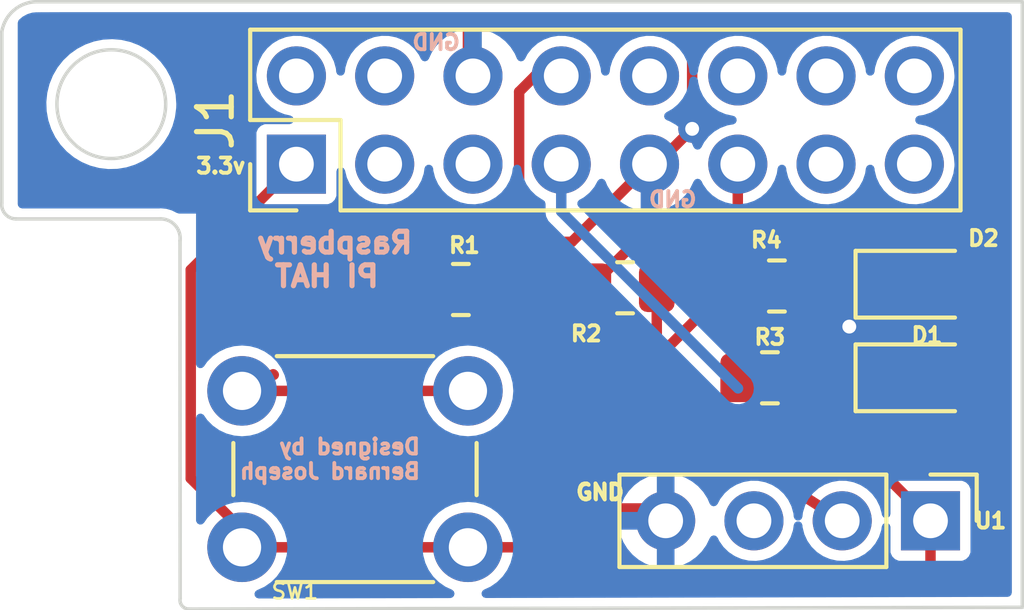
<source format=kicad_pcb>
(kicad_pcb (version 20211014) (generator pcbnew)
  (title_block (title "Rasberry PI HAT") (date "2022-09-07") (company "NanoHertz") (comment 1 "Designed by Berrnard"))
  (layers (0 "F.Cu" signal) (31 "B.Cu" signal) (34 "B.Paste" user) (35 "F.Paste" user) (36 "B.SilkS" user "B.Silkscreen") (37 "F.SilkS" user "F.Silkscreen") (38 "B.Mask" user) (39 "F.Mask" user) (44 "Edge.Cuts" user))
  (net 0 "")
  (net 1 "/GND")
  (net 2 "/3.3v")
  (net 3 "Net-(J1-Pad11)")
  (net 4 "Net-(J1-Pad7)")
  (net 5 "Net-(D1-Pad2)")
  (net 6 "Net-(D2-Pad2)")
  (net 7 "/button input")
  (footprint "Resistor_SMD:R_0805_2012Metric" (layer "F.Cu") (at 107.4439 75.3364)
    (fp_text reference "R3" (at -0.0019 -1.1684) (layer "F.SilkS") (effects (font (size 0.44 0.44) (thickness 0.11))))
    (fp_text value "330ohm")
    (fp_line (start -0.227064 -0.735) (end 0.227064 -0.735) (layer "F.SilkS") (width 0.12))
    (fp_line (start -0.227064 0.735) (end 0.227064 0.735) (layer "F.SilkS") (width 0.12))
    (pad "1" smd roundrect (at -0.9125 0) (size 1.025 1.4) (layers "F.Cu" "F.Paste" "F.Mask") (roundrect_rratio 0.243902) (net 4 "Net-(J1-Pad7)"))
    (pad "2" smd roundrect (at 0.9125 0) (size 1.025 1.4) (layers "F.Cu" "F.Paste" "F.Mask") (roundrect_rratio 0.243902) (net 5 "Net-(D1-Pad2)"))
  )
  (footprint "LED_SMD:LED_0805_2012Metric_Pad1.15x1.40mm_HandSolder" (layer "F.Cu") (at 111.769 75.3364)
    (fp_text reference "D1" (at 0.1942 -1.2192) (layer "F.SilkS") (effects (font (size 0.44 0.44) (thickness 0.11))))
    (fp_text value "LED")
    (fp_line (start -1.86 0.96) (end 1 0.96) (layer "F.SilkS") (width 0.12))
    (fp_line (start -1.86 -0.96) (end -1.86 0.96) (layer "F.SilkS") (width 0.12))
    (fp_line (start 1 -0.96) (end -1.86 -0.96) (layer "F.SilkS") (width 0.12))
    (pad "1" smd roundrect (at -1.025 0) (size 1.15 1.4) (layers "F.Cu" "F.Paste" "F.Mask") (roundrect_rratio 0.217391) (net 1 "/GND"))
    (pad "2" smd roundrect (at 1.025 0) (size 1.15 1.4) (layers "F.Cu" "F.Paste" "F.Mask") (roundrect_rratio 0.217391) (net 5 "Net-(D1-Pad2)"))
  )
  (footprint "Connector_PinHeader_2.54mm:PinHeader_2x08_P2.54mm_Vertical" (layer "F.Cu") (at 93.82 69.1896 90)
    (fp_text reference "J1" (at 1.27 -2.33 90) (layer "F.SilkS"))
    (fp_text value "Raspberry_Pi_2_3")
    (fp_line (start 1.27 1.27) (end 1.27 -1.33) (layer "F.SilkS") (width 0.12))
    (fp_line (start -1.33 1.27) (end -1.33 19.11) (layer "F.SilkS") (width 0.12))
    (fp_line (start 3.87 -1.33) (end 3.87 19.11) (layer "F.SilkS") (width 0.12))
    (fp_line (start -1.33 1.27) (end 1.27 1.27) (layer "F.SilkS") (width 0.12))
    (fp_line (start 1.27 -1.33) (end 3.87 -1.33) (layer "F.SilkS") (width 0.12))
    (fp_line (start -1.33 19.11) (end 3.87 19.11) (layer "F.SilkS") (width 0.12))
    (fp_line (start -1.33 0) (end -1.33 -1.33) (layer "F.SilkS") (width 0.12))
    (fp_line (start -1.33 -1.33) (end 0 -1.33) (layer "F.SilkS") (width 0.12))
    (pad "1" thru_hole rect (at 0 0 90) (size 1.7 1.7) (drill 1) (layers *.Cu *.Mask) (net 2 "/3.3v"))
    (pad "2" thru_hole oval (at 2.54 0 90) (size 1.7 1.7) (drill 1) (layers *.Cu *.Mask))
    (pad "3" thru_hole oval (at 0 2.54 90) (size 1.7 1.7) (drill 1) (layers *.Cu *.Mask))
    (pad "4" thru_hole oval (at 2.54 2.54 90) (size 1.7 1.7) (drill 1) (layers *.Cu *.Mask))
    (pad "5" thru_hole oval (at 0 5.08 90) (size 1.7 1.7) (drill 1) (layers *.Cu *.Mask))
    (pad "6" thru_hole oval (at 2.54 5.08 90) (size 1.7 1.7) (drill 1) (layers *.Cu *.Mask) (net 1 "/GND"))
    (pad "7" thru_hole oval (at 0 7.62 90) (size 1.7 1.7) (drill 1) (layers *.Cu *.Mask) (net 4 "Net-(J1-Pad7)"))
    (pad "8" thru_hole oval (at 2.54 7.62 90) (size 1.7 1.7) (drill 1) (layers *.Cu *.Mask) (net 7 "/button input"))
    (pad "9" thru_hole oval (at 0 10.16 90) (size 1.7 1.7) (drill 1) (layers *.Cu *.Mask) (net 1 "/GND"))
    (pad "10" thru_hole oval (at 2.54 10.16 90) (size 1.7 1.7) (drill 1) (layers *.Cu *.Mask))
    (pad "11" thru_hole oval (at 0 12.7 90) (size 1.7 1.7) (drill 1) (layers *.Cu *.Mask) (net 3 "Net-(J1-Pad11)"))
    (pad "12" thru_hole oval (at 2.54 12.7 90) (size 1.7 1.7) (drill 1) (layers *.Cu *.Mask))
    (pad "13" thru_hole oval (at 0 15.24 90) (size 1.7 1.7) (drill 1) (layers *.Cu *.Mask))
    (pad "14" thru_hole oval (at 2.54 15.24 90) (size 1.7 1.7) (drill 1) (layers *.Cu *.Mask))
    (pad "15" thru_hole oval (at 0 17.78 90) (size 1.7 1.7) (drill 1) (layers *.Cu *.Mask))
    (pad "16" thru_hole oval (at 2.54 17.78 90) (size 1.7 1.7) (drill 1) (layers *.Cu *.Mask))
  )
  (footprint "Button_Switch_THT:SW_PUSH_6mm" (layer "F.Cu") (at 98.7552 80.2132 180)
    (fp_text reference "SW1" (at 4.9784 -1.27) (layer "F.SilkS") (effects (font (size 0.44 0.44) (thickness 0.075))))
    (fp_text value "SW_DPST")
    (fp_line (start 5.5 -1) (end 1 -1) (layer "F.SilkS") (width 0.12))
    (fp_line (start 6.75 3) (end 6.75 1.5) (layer "F.SilkS") (width 0.12))
    (fp_line (start -0.25 1.5) (end -0.25 3) (layer "F.SilkS") (width 0.12))
    (fp_line (start 1 5.5) (end 5.5 5.5) (layer "F.SilkS") (width 0.12))
    (pad "1" thru_hole circle (at 6.5 0 270) (size 2 2) (drill 1.1) (layers *.Cu *.Mask) (net 2 "/3.3v"))
    (pad "1" thru_hole circle (at 0 0 270) (size 2 2) (drill 1.1) (layers *.Cu *.Mask) (net 2 "/3.3v"))
    (pad "2" thru_hole circle (at 0 4.5 270) (size 2 2) (drill 1.1) (layers *.Cu *.Mask) (net 7 "/button input"))
    (pad "2" thru_hole circle (at 6.5 4.5 270) (size 2 2) (drill 1.1) (layers *.Cu *.Mask) (net 7 "/button input"))
  )
  (footprint "Resistor_SMD:R_0805_2012Metric" (layer "F.Cu") (at 103.2764 72.7456 180)
    (fp_text reference "R2" (at 1.1176 -1.3208) (layer "F.SilkS") (effects (font (size 0.44 0.44) (thickness 0.11))))
    (fp_text value "10kohm")
    (fp_line (start -0.227064 0.735) (end 0.227064 0.735) (layer "F.SilkS") (width 0.12))
    (fp_line (start -0.227064 -0.735) (end 0.227064 -0.735) (layer "F.SilkS") (width 0.12))
    (pad "1" smd roundrect (at -0.9125 0 180) (size 1.025 1.4) (layers "F.Cu" "F.Paste" "F.Mask") (roundrect_rratio 0.243902) (net 2 "/3.3v"))
    (pad "2" smd roundrect (at 0.9125 0 180) (size 1.025 1.4) (layers "F.Cu" "F.Paste" "F.Mask") (roundrect_rratio 0.243902) (net 3 "Net-(J1-Pad11)"))
  )
  (footprint "Resistor_SMD:R_0805_2012Metric" (layer "F.Cu") (at 107.6452 72.6948)
    (fp_text reference "R4" (at -0.3048 -1.3208) (layer "F.SilkS") (effects (font (size 0.44 0.44) (thickness 0.11))))
    (fp_text value "330ohm")
    (fp_line (start -0.227064 -0.735) (end 0.227064 -0.735) (layer "F.SilkS") (width 0.12))
    (fp_line (start -0.227064 0.735) (end 0.227064 0.735) (layer "F.SilkS") (width 0.12))
    (pad "1" smd roundrect (at -0.9125 0) (size 1.025 1.4) (layers "F.Cu" "F.Paste" "F.Mask") (roundrect_rratio 0.243902) (net 2 "/3.3v"))
    (pad "2" smd roundrect (at 0.9125 0) (size 1.025 1.4) (layers "F.Cu" "F.Paste" "F.Mask") (roundrect_rratio 0.243902) (net 6 "Net-(D2-Pad2)"))
  )
  (footprint "Connector_PinHeader_2.54mm:PinHeader_1x04_P2.54mm_Vertical" (layer "F.Cu") (at 112.0648 79.4512 -90)
    (fp_text reference "U1" (at 0 -1.7272) (layer "F.SilkS") (effects (font (size 0.44 0.44) (thickness 0.11))))
    (fp_text value "DHT22")
    (fp_line (start -1.33 8.95) (end 1.33 8.95) (layer "F.SilkS") (width 0.12))
    (fp_line (start 1.33 1.27) (end 1.33 8.95) (layer "F.SilkS") (width 0.12))
    (fp_line (start -1.33 1.27) (end -1.33 8.95) (layer "F.SilkS") (width 0.12))
    (fp_line (start -1.33 1.27) (end 1.33 1.27) (layer "F.SilkS") (width 0.12))
    (fp_line (start -1.33 -1.33) (end 0 -1.33) (layer "F.SilkS") (width 0.12))
    (fp_line (start -1.33 0) (end -1.33 -1.33) (layer "F.SilkS") (width 0.12))
    (pad "1" thru_hole rect (at 0 0 270) (size 1.7 1.7) (drill 1) (layers *.Cu *.Mask) (net 2 "/3.3v"))
    (pad "2" thru_hole oval (at 0 2.54 270) (size 1.7 1.7) (drill 1) (layers *.Cu *.Mask) (net 3 "Net-(J1-Pad11)"))
    (pad "3" thru_hole oval (at 0 5.08 270) (size 1.7 1.7) (drill 1) (layers *.Cu *.Mask))
    (pad "4" thru_hole oval (at 0 7.62 270) (size 1.7 1.7) (drill 1) (layers *.Cu *.Mask) (net 1 "/GND"))
  )
  (footprint "LED_SMD:LED_0805_2012Metric_Pad1.15x1.40mm_HandSolder" (layer "F.Cu") (at 111.769 72.644)
    (fp_text reference "D2" (at 1.8198 -1.3208) (layer "F.SilkS") (effects (font (size 0.44 0.44) (thickness 0.11))))
    (fp_text value "LED")
    (fp_text user "GND" (at -13.9282 -6.9596) (layer "B.SilkS") (effects (font (size 0.44 0.44) (thickness 0.11)) (justify mirror)))
    (fp_text user "GND" (at -7.121 -2.4384) (layer "B.SilkS") (effects (font (size 0.44 0.44) (thickness 0.11)) (justify mirror)))
    (fp_text user "3.3v" (at -20.1258 -3.4036) (layer "F.SilkS") (effects (font (size 0.44 0.44) (thickness 0.11))))
    (fp_text user "GND" (at -9.217598 5.972204) (layer "F.SilkS") (effects (font (size 0.44 0.44) (thickness 0.11))))
    (fp_text user "GND" (at -9.2038 5.9944) (layer "F.SilkS") (effects (font (size 0.44 0.44) (thickness 0.11))))
    (fp_line (start 1 -0.96) (end -1.86 -0.96) (layer "F.SilkS") (width 0.12))
    (fp_line (start -1.86 0.96) (end 1 0.96) (layer "F.SilkS") (width 0.12))
    (fp_line (start -1.86 -0.96) (end -1.86 0.96) (layer "F.SilkS") (width 0.12))
    (pad "1" smd roundrect (at -1.025 0) (size 1.15 1.4) (layers "F.Cu" "F.Paste" "F.Mask") (roundrect_rratio 0.217391) (net 1 "/GND"))
    (pad "2" smd roundrect (at 1.025 0) (size 1.15 1.4) (layers "F.Cu" "F.Paste" "F.Mask") (roundrect_rratio 0.217391) (net 6 "Net-(D2-Pad2)"))
  )
  (footprint "Resistor_SMD:R_0805_2012Metric" (layer "F.Cu") (at 98.552 72.7964)
    (fp_text reference "R1" (at 0.1016 -1.27) (layer "F.SilkS") (effects (font (size 0.44 0.44) (thickness 0.11))))
    (fp_text value "10kohm")
    (fp_line (start -0.227064 -0.735) (end 0.227064 -0.735) (layer "F.SilkS") (width 0.12))
    (fp_line (start -0.227064 0.735) (end 0.227064 0.735) (layer "F.SilkS") (width 0.12))
    (pad "1" smd roundrect (at -0.9125 0) (size 1.025 1.4) (layers "F.Cu" "F.Paste" "F.Mask") (roundrect_rratio 0.243902) (net 7 "/button input"))
    (pad "2" smd roundrect (at 0.9125 0) (size 1.025 1.4) (layers "F.Cu" "F.Paste" "F.Mask") (roundrect_rratio 0.243902) (net 1 "/GND"))
  )
  (gr_circle (center 88.4936 67.4624) (end 87.2236 66.548) (layer "Edge.Cuts") (width 0.1) (fill none))
  (gr_line (start 85.7504 70.7644) (end 89.916 70.7644) (layer "Edge.Cuts") (width 0.1))
  (gr_arc (start 90.7288 81.9912) (mid 90.530419 81.898284) (end 90.4748 81.6864) (layer "Edge.Cuts") (width 0.1))
  (gr_line (start 114.7064 64.516) (end 114.3 64.516) (layer "Edge.Cuts") (width 0.1))
  (gr_line (start 114.3 64.516) (end 86.368313 64.516) (layer "Edge.Cuts") (width 0.1))
  (gr_arc (start 85.7504 70.7644) (mid 85.444543 70.62705) (end 85.344 70.3072) (layer "Edge.Cuts") (width 0.1))
  (gr_line (start 85.344 65.3796) (end 85.344 70.3072) (layer "Edge.Cuts") (width 0.1))
  (gr_line (start 90.47082 71.389778) (end 90.4748 81.6864) (layer "Edge.Cuts") (width 0.1))
  (gr_arc (start 85.344 65.3796) (mid 85.695166 64.75685) (end 86.368313 64.516) (layer "Edge.Cuts") (width 0.1))
  (gr_line (start 90.7288 81.9912) (end 114.7064 81.9404) (layer "Edge.Cuts") (width 0.1))
  (gr_arc (start 89.916 70.7644) (mid 90.334008 70.952354) (end 90.47082 71.389778) (layer "Edge.Cuts") (width 0.1))
  (gr_line (start 114.7064 81.9404) (end 114.7064 64.516) (layer "Edge.Cuts") (width 0.1))
  (gr_text "Designed by \nBernard Joseph" (at 97.4344 77.6732) (layer "B.SilkS") (effects (font (size 0.44 0.44) (thickness 0.11)) (justify left mirror)))
  (gr_text "Raspberry \nPI HAT" (at 94.6912 71.9328) (layer "B.SilkS") (effects (font (size 0.6 0.6)) (justify mirror)))
  (segment (start 104.1908 69.1896) (end 105.2068 68.1736) (width 0.3) (layer "F.Cu") (net 1))
  (segment (start 103.98 69.1896) (end 104.1908 69.1896) (width 0.3) (layer "F.Cu") (net 1))
  (segment (start 101.7448 71.4248) (end 101.2952 71.4248) (width 0.3) (layer "F.Cu") (net 1))
  (segment (start 103.98 69.1896) (end 101.7448 71.4248) (width 0.3) (layer "F.Cu") (net 1))
  (segment (start 100.8888 71.8312) (end 100.8888 72.7964) (width 0.3) (layer "F.Cu") (net 1))
  (segment (start 105.2068 68.1736) (end 105.2068 65.6844) (width 0.3) (layer "F.Cu") (net 1))
  (segment (start 100.8888 78.3336) (end 101.6508 79.0956) (width 0.3) (layer "F.Cu") (net 1))
  (segment (start 104.7496 65.2272) (end 98.7552 65.2272) (width 0.3) (layer "F.Cu") (net 1))
  (segment (start 100.8888 72.7964) (end 99.4645 72.7964) (width 0.3) (layer "F.Cu") (net 1))
  (segment (start 101.2952 71.4248) (end 100.8888 71.8312) (width 0.3) (layer "F.Cu") (net 1))
  (segment (start 110.744 75.3364) (end 110.744 72.644) (width 0.3) (layer "F.Cu") (net 1))
  (segment (start 105.0544 65.532) (end 104.7496 65.2272) (width 0.3) (layer "F.Cu") (net 1))
  (segment (start 110.744 72.8472) (end 109.728 73.8632) (width 0.3) (layer "F.Cu") (net 1))
  (segment (start 105.2068 65.6844) (end 105.0544 65.532) (width 0.3) (layer "F.Cu") (net 1))
  (segment (start 98.7552 65.2272) (end 98.7552 66.5048) (width 0.3) (layer "F.Cu") (net 1))
  (segment (start 98.7552 66.5048) (end 98.9 66.6496) (width 0.3) (layer "F.Cu") (net 1))
  (segment (start 110.744 72.644) (end 110.744 72.8472) (width 0.3) (layer "F.Cu") (net 1))
  (segment (start 104.0892 79.0956) (end 101.6508 79.0956) (width 0.3) (layer "F.Cu") (net 1))
  (segment (start 104.4448 79.4512) (end 104.0892 79.0956) (width 0.3) (layer "F.Cu") (net 1))
  (segment (start 100.8888 72.7964) (end 100.8888 78.3336) (width 0.3) (layer "F.Cu") (net 1))
  (via (at 105.2068 68.1736) (size 0.8) (drill 0.4) (layers "F.Cu" "B.Cu") (net 1))
  (via (at 109.728 73.8632) (size 0.8) (drill 0.4) (layers "F.Cu" "B.Cu") (net 1))
  (segment (start 90.7796 78.232) (end 90.7796 72.23) (width 0.3) (layer "F.Cu") (net 2))
  (segment (start 104.2924 74.676) (end 106.3244 72.644) (width 0.3) (layer "F.Cu") (net 2))
  (segment (start 108.458 77.5716) (end 107.7468 76.8604) (width 0.3) (layer "F.Cu") (net 2))
  (segment (start 106.3244 72.644) (end 106.5314 72.644) (width 0.3) (layer "F.Cu") (net 2))
  (segment (start 92.2552 80.2132) (end 92.2552 79.7076) (width 0.3) (layer "F.Cu") (net 2))
  (segment (start 104.288771 74.832029) (end 104.2924 74.676) (width 0.3) (layer "F.Cu") (net 2))
  (segment (start 92.2552 80.2132) (end 98.7552 80.2132) (width 0.3) (layer "F.Cu") (net 2))
  (segment (start 98.7552 80.2132) (end 101.1428 80.2132) (width 0.3) (layer "F.Cu") (net 2))
  (segment (start 101.1428 80.2132) (end 102.3112 81.3816) (width 0.3) (layer "F.Cu") (net 2))
  (segment (start 112.0648 81.2292) (end 112.0648 79.4512) (width 0.3) (layer "F.Cu") (net 2))
  (segment (start 104.1889 72.7456) (end 104.1889 74.732158) (width 0.3) (layer "F.Cu") (net 2))
  (segment (start 92.2552 79.7076) (end 90.7796 78.232) (width 0.3) (layer "F.Cu") (net 2))
  (segment (start 112.0648 79.4512) (end 110.1852 77.5716) (width 0.3) (layer "F.Cu") (net 2))
  (segment (start 111.9124 81.3816) (end 112.0648 81.2292) (width 0.3) (layer "F.Cu") (net 2))
  (segment (start 104.2416 76.8604) (end 104.288771 74.832029) (width 0.3) (layer "F.Cu") (net 2))
  (segment (start 107.7468 76.8604) (end 104.2416 76.8604) (width 0.3) (layer "F.Cu") (net 2))
  (segment (start 110.1852 77.5716) (end 108.458 77.5716) (width 0.3) (layer "F.Cu") (net 2))
  (segment (start 90.7796 72.23) (end 93.82 69.1896) (width 0.3) (layer "F.Cu") (net 2))
  (segment (start 102.3112 81.3816) (end 111.9124 81.3816) (width 0.3) (layer "F.Cu") (net 2))
  (segment (start 104.1889 74.732158) (end 104.288771 74.832029) (width 0.3) (layer "F.Cu") (net 2))
  (segment (start 109.5248 79.4512) (end 106.8324 77.724) (width 0.3) (layer "F.Cu") (net 3))
  (segment (start 106.8324 77.724) (end 102.9716 77.7748) (width 0.3) (layer "F.Cu") (net 3))
  (segment (start 104.0892 70.9168) (end 106.1212 70.9168) (width 0.3) (layer "F.Cu") (net 3))
  (segment (start 106.52 70.518) (end 106.52 69.1896) (width 0.3) (layer "F.Cu") (net 3))
  (segment (start 102.3639 72.7456) (end 102.174 72.7456) (width 0.3) (layer "F.Cu") (net 3))
  (segment (start 102.9716 77.7748) (end 103.016929 74.873729) (width 0.3) (layer "F.Cu") (net 3))
  (segment (start 102.3639 72.7456) (end 102.3639 72.6421) (width 0.3) (layer "F.Cu") (net 3))
  (segment (start 103.016929 73.398629) (end 102.3639 72.7456) (width 0.3) (layer "F.Cu") (net 3))
  (segment (start 109.728 79.4512) (end 109.9312 79.248) (width 0.3) (layer "F.Cu") (net 3))
  (segment (start 103.016929 74.873729) (end 103.016929 73.398629) (width 0.3) (layer "F.Cu") (net 3))
  (segment (start 109.5248 79.4512) (end 109.728 79.4512) (width 0.3) (layer "F.Cu") (net 3))
  (segment (start 106.1212 70.9168) (end 106.52 70.518) (width 0.3) (layer "F.Cu") (net 3))
  (segment (start 103.016929 74.873729) (end 103.0224 74.5236) (width 0.3) (layer "F.Cu") (net 3))
  (segment (start 102.3639 72.6421) (end 104.0892 70.9168) (width 0.3) (layer "F.Cu") (net 3))
  (segment (start 101.44 70.5536) (end 101.44 69.1896) (width 0.3) (layer "B.Cu") (net 4))
  (segment (start 106.5276 75.6412) (end 101.44 70.5536) (width 0.3) (layer "B.Cu") (net 4))
  (segment (start 111.7092 77.0636) (end 111.3536 76.708) (width 0.3) (layer "F.Cu") (net 5))
  (segment (start 112.794 75.3364) (end 112.794 76.7408) (width 0.3) (layer "F.Cu") (net 5))
  (segment (start 108.6612 76.708) (end 108.3564 76.4032) (width 0.3) (layer "F.Cu") (net 5))
  (segment (start 112.794 76.7408) (end 112.4712 77.0636) (width 0.3) (layer "F.Cu") (net 5))
  (segment (start 108.3564 76.4032) (end 108.3564 75.3364) (width 0.3) (layer "F.Cu") (net 5))
  (segment (start 112.4712 77.0636) (end 111.7092 77.0636) (width 0.3) (layer "F.Cu") (net 5))
  (segment (start 111.3536 76.708) (end 108.6612 76.708) (width 0.3) (layer "F.Cu") (net 5))
  (segment (start 112.794 72.644) (end 112.794 71.5444) (width 0.3) (layer "F.Cu") (net 6))
  (segment (start 108.3564 71.4756) (end 108.3564 72.644) (width 0.3) (layer "F.Cu") (net 6))
  (segment (start 112.4204 71.1708) (end 108.6612 71.1708) (width 0.3) (layer "F.Cu") (net 6))
  (segment (start 108.6612 71.1708) (end 108.3564 71.4756) (width 0.3) (layer "F.Cu") (net 6))
  (segment (start 112.794 71.5444) (end 112.4204 71.1708) (width 0.3) (layer "F.Cu") (net 6))
  (segment (start 100.2284 67.1068) (end 100.6856 66.6496) (width 0.3) (layer "F.Cu") (net 7))
  (segment (start 98.0948 70.9676) (end 99.7712 70.9676) (width 0.3) (layer "F.Cu") (net 7))
  (segment (start 100.6856 66.6496) (end 101.44 66.6496) (width 0.3) (layer "F.Cu") (net 7))
  (segment (start 99.7712 70.9676) (end 100.2284 70.5104) (width 0.3) (layer "F.Cu") (net 7))
  (segment (start 97.6376 72.7945) (end 97.6376 71.4248) (width 0.3) (layer "F.Cu") (net 7))
  (segment (start 97.6376 71.4248) (end 98.0948 70.9676) (width 0.3) (layer "F.Cu") (net 7))
  (segment (start 93.1684 75.2512) (end 93.152 75.2348) (width 0.3) (layer "F.Cu") (net 7))
  (segment (start 97.6395 72.7964) (end 97.6376 72.7945) (width 0.3) (layer "F.Cu") (net 7))
  (segment (start 92.2552 75.7132) (end 96.1348 75.7132) (width 0.3) (layer "F.Cu") (net 7))
  (segment (start 96.1348 75.7132) (end 98.7552 75.7132) (width 0.3) (layer "F.Cu") (net 7))
  (segment (start 96.1348 75.7132) (end 96.1348 74.3011) (width 0.3) (layer "F.Cu") (net 7))
  (segment (start 96.1348 74.3011) (end 97.6395 72.7964) (width 0.3) (layer "F.Cu") (net 7))
  (segment (start 100.2284 70.5104) (end 100.2284 67.1068) (width 0.3) (layer "F.Cu") (net 7))
  (zone (net 1) (net_name "/GND") (layer "B.Cu") (connect_pads (clearance 0.3)) (min_thickness 0.254) (fill yes (thermal_gap 0.508) (thermal_bridge_width 0.508))
    (polygon (pts (xy 114.4524 81.9404) (xy 90.932 81.9912) (xy 90.932 70.612) (xy 85.8012 70.612) (xy 85.8012 64.8208) (xy 114.4524 64.7192)))
  )
)
</source>
